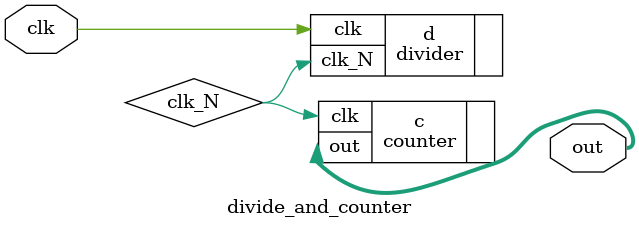
<source format=v>
`timescale 1ns / 1ps


module divide_and_counter(clk, out);
input clk;
output [2:0] out;
wire clk_N;

    divider d(.clk(clk), .clk_N(clk_N));    //ÊµÀý»¯µ÷ÓÃ
    counter c(.clk(clk_N), .out(out));
    
endmodule

</source>
